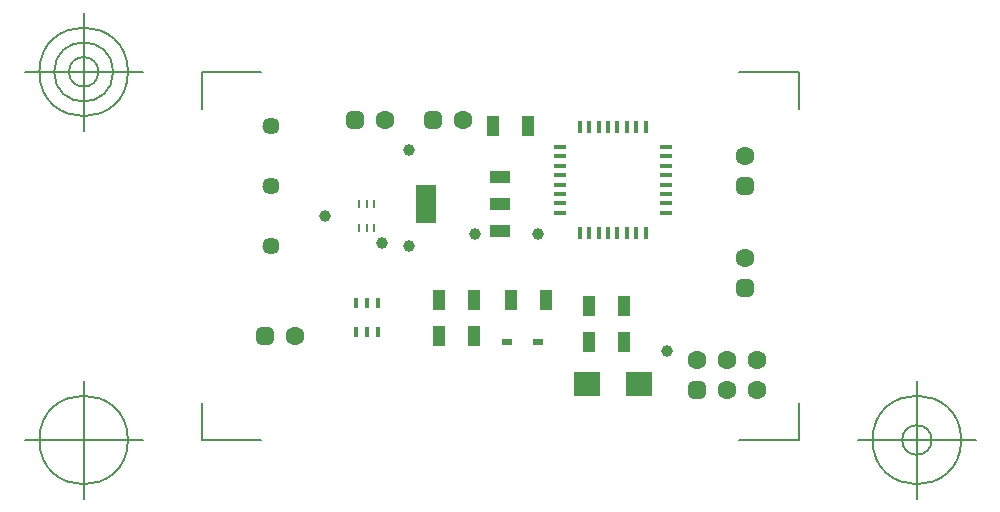
<source format=gbr>
G04 Generated by Ultiboard 14.0 *
%FSLAX24Y24*%
%MOIN*%

%ADD10C,0.0001*%
%ADD11C,0.0050*%
%ADD12R,0.0126X0.0346*%
%ADD13R,0.0394X0.0669*%
%ADD14R,0.0354X0.0197*%
%ADD15R,0.0098X0.0296*%
%ADD16C,0.0394*%
%ADD17R,0.0669X0.0394*%
%ADD18R,0.0669X0.1299*%
%ADD19R,0.0208X0.0208*%
%ADD20C,0.0392*%
%ADD21C,0.0633*%
%ADD22R,0.0413X0.0689*%
%ADD23R,0.0866X0.0827*%
%ADD24R,0.0157X0.0394*%
%ADD25R,0.0394X0.0157*%
%ADD26C,0.0573*%


G04 ColorRGB FF00CC for the following layer *
%LNSolder Mask Top*%
%LPD*%
G54D10*
G54D11*
X-500Y-470D02*
X-500Y757D01*
X-500Y-470D02*
X1490Y-470D01*
X19400Y-470D02*
X17410Y-470D01*
X19400Y-470D02*
X19400Y757D01*
X19400Y11800D02*
X19400Y10573D01*
X19400Y11800D02*
X17410Y11800D01*
X-500Y11800D02*
X1490Y11800D01*
X-500Y11800D02*
X-500Y10573D01*
X-2469Y-470D02*
X-6406Y-470D01*
X-4437Y-2439D02*
X-4437Y1498D01*
X-5913Y-470D02*
G75*
D01*
G02X-5913Y-470I1476J0*
G01*
X21369Y-470D02*
X25306Y-470D01*
X23337Y-2439D02*
X23337Y1498D01*
X21861Y-470D02*
G75*
D01*
G02X21861Y-470I1476J0*
G01*
X22845Y-470D02*
G75*
D01*
G02X22845Y-470I492J0*
G01*
X-2469Y11800D02*
X-6406Y11800D01*
X-4437Y9831D02*
X-4437Y13769D01*
X-5913Y11800D02*
G75*
D01*
G02X-5913Y11800I1476J0*
G01*
X-5421Y11800D02*
G75*
D01*
G02X-5421Y11800I984J0*
G01*
X-4929Y11800D02*
G75*
D01*
G02X-4929Y11800I492J0*
G01*
G54D12*
X4626Y3118D03*
X5000Y3118D03*
X5374Y3118D03*
X4626Y4082D03*
X5374Y4082D03*
X5000Y4082D03*
G54D13*
X12409Y4000D03*
X13591Y4000D03*
X7409Y4200D03*
X8591Y4200D03*
X9809Y4200D03*
X10991Y4200D03*
X12409Y2800D03*
X13591Y2800D03*
X7409Y3000D03*
X8591Y3000D03*
G54D14*
X9688Y2800D03*
X10712Y2800D03*
G54D15*
X4744Y6606D03*
X5000Y6606D03*
X5256Y6606D03*
X4744Y7394D03*
X5000Y7394D03*
X5256Y7394D03*
G54D16*
X8600Y6400D03*
X10700Y6400D03*
X15000Y2500D03*
X5500Y6100D03*
X6400Y9200D03*
X6400Y6000D03*
X3600Y7000D03*
G54D17*
X9440Y6494D03*
X9440Y7400D03*
X9440Y8306D03*
G54D18*
X6960Y7400D03*
G54D19*
X1600Y3000D03*
X4600Y10200D03*
X7200Y10200D03*
X16000Y1200D03*
X17600Y8000D03*
X17600Y4600D03*
G54D20*
X1496Y2896D02*
X1704Y2896D01*
X1704Y3104D01*
X1496Y3104D01*
X1496Y2896D01*D02*
X4496Y10096D02*
X4704Y10096D01*
X4704Y10304D01*
X4496Y10304D01*
X4496Y10096D01*D02*
X7096Y10096D02*
X7304Y10096D01*
X7304Y10304D01*
X7096Y10304D01*
X7096Y10096D01*D02*
X15896Y1096D02*
X16104Y1096D01*
X16104Y1304D01*
X15896Y1304D01*
X15896Y1096D01*D02*
X17496Y7896D02*
X17704Y7896D01*
X17704Y8104D01*
X17496Y8104D01*
X17496Y7896D01*D02*
X17496Y4496D02*
X17704Y4496D01*
X17704Y4704D01*
X17496Y4704D01*
X17496Y4496D01*D02*
G54D21*
X2600Y3000D03*
X5600Y10200D03*
X8200Y10200D03*
X16000Y2200D03*
X17000Y2200D03*
X18000Y2200D03*
X17000Y1200D03*
X18000Y1200D03*
X17600Y9000D03*
X17600Y5600D03*
G54D22*
X9209Y10000D03*
X10391Y10000D03*
G54D23*
X12334Y1400D03*
X14066Y1400D03*
G54D24*
X12098Y9972D03*
X12413Y9972D03*
X12728Y9972D03*
X13043Y9972D03*
X13357Y9972D03*
X13672Y9972D03*
X13987Y9972D03*
X14302Y9972D03*
X12098Y6428D03*
X12413Y6428D03*
X12728Y6428D03*
X13043Y6428D03*
X13357Y6428D03*
X13672Y6428D03*
X13987Y6428D03*
X14302Y6428D03*
G54D25*
X11428Y9302D03*
X11428Y8987D03*
X11428Y8672D03*
X11428Y8357D03*
X11428Y8043D03*
X11428Y7728D03*
X11428Y7413D03*
X11428Y7098D03*
X14972Y9302D03*
X14972Y8987D03*
X14972Y8672D03*
X14972Y8357D03*
X14972Y8043D03*
X14972Y7728D03*
X14972Y7413D03*
X14972Y7098D03*
G54D26*
X1800Y10000D03*
X1800Y8000D03*
X1800Y6000D03*

M02*

</source>
